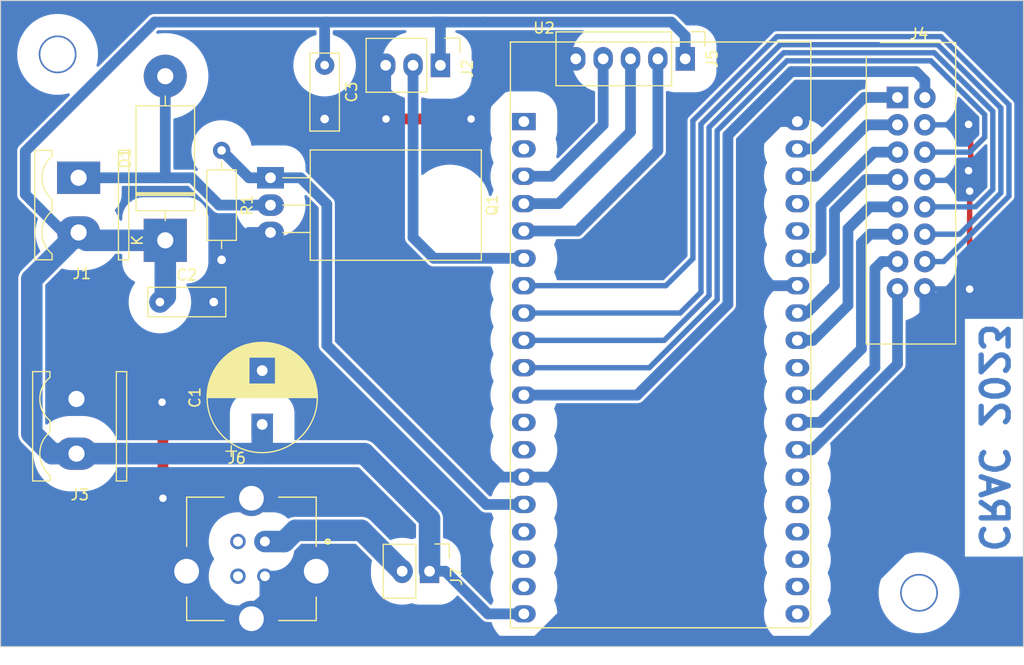
<source format=kicad_pcb>
(kicad_pcb (version 20211014) (generator pcbnew)
  (layers (0 "F.Cu" signal) (31 "B.Cu" signal) (34 "B.Paste" user) (35 "F.Paste" user) (36 "B.SilkS" user "B.Silkscreen") (37 "F.SilkS" user "F.Silkscreen") (38 "B.Mask" user) (39 "F.Mask" user) (44 "Edge.Cuts" user))
  (net 0 "")
  (net 1 "Net-(D1-Pad2)")
  (net 2 "GND")
  (net 4 "/R1")
  (net 5 "/G1")
  (net 6 "/B1")
  (net 7 "/R2")
  (net 8 "/G2")
  (net 9 "/B2")
  (net 10 "/A")
  (net 11 "/B")
  (net 12 "/C")
  (net 13 "/D")
  (net 14 "/CLK_1")
  (net 15 "/LAT_1")
  (net 16 "/OE_1")
  (net 18 "/MOTEUR")
  (net 34 "VCC")
  (net 35 "Net-(J7-Pad2)")
  (net 37 "/IR")
  (net 38 "/EXT1")
  (net 39 "/EXT2")
  (net 40 "/EXT3")
  (footprint "FootprintGamelGe2_v6:TO-220-3_Horizontal_TabDown" (layer "F.Cu") (at 183.87 70.66 -90)
    (fp_text reference "Q1" (at 2.54 -20.58 90) (layer "F.SilkS"))
    (fp_text value "IRL510")
    (pad "" np_thru_hole oval (at 2.54 -16.66 270) (size 3.5 3.5) (drill 3.5) (layers *.Cu *.Mask))
    (pad "1" thru_hole rect (at 0 0 270) (size 2 2.5) (drill 1) (layers *.Cu *.Mask) (net 18 "/MOTEUR"))
    (pad "2" thru_hole oval (at 2.54 0 270) (size 2 2.5) (drill 1) (layers *.Cu *.Mask) (net 1 "Net-(D1-Pad2)"))
    (pad "3" thru_hole oval (at 5.08 0 270) (size 2 2.5) (drill 1) (layers *.Cu *.Mask) (net 2 "GND"))
  )
  (footprint "FootprintGamelGe2_v6:Autocom3" (layer "F.Cu") (at 199.65 60.215 -90)
    (fp_text reference "J2" (at 0.3 -2.5 90) (layer "F.SilkS"))
    (fp_text value "Autocom3")
    (pad "1" thru_hole rect (at 0 0 270) (size 2.2 1.8) (drill 1) (layers *.Cu *.Mask) (net 34 "VCC"))
    (pad "2" thru_hole oval (at 0 2.54 270) (size 2.2 1.8) (drill 1) (layers *.Cu *.Mask) (net 37 "/IR"))
    (pad "3" thru_hole oval (at 0 5.08 270) (size 2.2 1.8) (drill 1) (layers *.Cu *.Mask) (net 2 "GND"))
  )
  (footprint "FootprintGamelGe2_v6:CP_Radial_D10.0mm_P5.00mm" (layer "F.Cu") (at 183.1 93.567677 90)
    (fp_text reference "C1" (at 2.5 -6.25 90) (layer "F.SilkS"))
    (fp_text value "Cp")
    (pad "1" thru_hole rect (at 0 0 90) (size 2 2) (drill 1) (layers *.Cu *.Mask) (net 34 "VCC"))
    (pad "2" thru_hole circle (at 5 0 90) (size 2 2) (drill 1) (layers *.Cu *.Mask) (net 2 "GND"))
  )
  (footprint "FootprintGamelGe2_v6:Autocom5" (layer "F.Cu") (at 222.385 59.615 -90)
    (fp_text reference "J5" (at 0 -2.5 90) (layer "F.SilkS"))
    (fp_text value "Autocom5")
    (pad "1" thru_hole rect (at 0 0 270) (size 2.2 1.8) (drill 1) (layers *.Cu *.Mask) (net 34 "VCC"))
    (pad "2" thru_hole oval (at 0 2.54 270) (size 2.2 1.8) (drill 1) (layers *.Cu *.Mask) (net 38 "/EXT1"))
    (pad "3" thru_hole oval (at 0 5.08 270) (size 2.2 1.8) (drill 1) (layers *.Cu *.Mask) (net 39 "/EXT2"))
    (pad "4" thru_hole oval (at 0 7.62 270) (size 2.2 1.8) (drill 1) (layers *.Cu *.Mask) (net 40 "/EXT3"))
    (pad "5" thru_hole oval (at 0 10.16 270) (size 2.2 1.8) (drill 1) (layers *.Cu *.Mask) (net 2 "GND"))
  )
  (footprint "FootprintGamelGe2_v6:C_Rect_L7.0mm_W2.5mm_P5.00mm" (layer "F.Cu") (at 173.6 82.2)
    (fp_text reference "C2" (at 2.5 -2.5) (layer "F.SilkS"))
    (fp_text value "C")
    (pad "1" thru_hole circle (at 0 0) (size 1.8 1.8) (drill 0.8) (layers *.Cu *.Mask) (net 34 "VCC"))
    (pad "2" thru_hole circle (at 5 0) (size 1.8 1.8) (drill 0.8) (layers *.Cu *.Mask) (net 2 "GND"))
  )
  (footprint "FootprintGamelGe2_v6:R_Axial_DIN0207_L6.3mm_D2.5mm_P10.16mm_Horizontal" (layer "F.Cu") (at 179.33 68.12 -90)
    (fp_text reference "R1" (at 5.08 -2.37 90) (layer "F.SilkS"))
    (fp_text value "R")
    (pad "1" thru_hole circle (at 0 0 270) (size 1.6 1.6) (drill 0.8) (layers *.Cu *.Mask) (net 18 "/MOTEUR"))
    (pad "2" thru_hole oval (at 10.16 0 270) (size 1.6 1.6) (drill 0.8) (layers *.Cu *.Mask) (net 2 "GND"))
  )
  (footprint "FootprintGamelGe2_v6:OmnimateSL-5,08_1x02_P5.08mm_Vertical" (layer "F.Cu") (at 165.852 91.2 -90)
    (fp_text reference "J3" (at 8.9 -0.3) (layer "F.SilkS"))
    (fp_text value "Omnimate2")
    (pad "1" thru_hole rect (at 0 0 270) (size 3 4) (drill 1.5) (layers *.Cu *.Mask) (net 2 "GND"))
    (pad "2" thru_hole oval (at 5.08 0 270) (size 3 4) (drill 1.5) (layers *.Cu *.Mask) (net 34 "VCC"))
  )
  (footprint "FootprintGamelGe2_v6:C_Rect_L7.0mm_W2.5mm_P5.00mm" (layer "F.Cu") (at 188.9 60.2 -90)
    (fp_text reference "C3" (at 2.5 -2.5 90) (layer "F.SilkS"))
    (fp_text value "C")
    (pad "1" thru_hole circle (at 0 0 270) (size 1.8 1.8) (drill 0.8) (layers *.Cu *.Mask) (net 34 "VCC"))
    (pad "2" thru_hole circle (at 5 0 270) (size 1.8 1.8) (drill 0.8) (layers *.Cu *.Mask) (net 2 "GND"))
  )
  (footprint "FootprintGamelGe2_v6:OmnimateSL-5,08_1x02_P5.08mm_Vertical" (layer "F.Cu") (at 166.05 70.66 -90)
    (fp_text reference "J1" (at 8.9 -0.3) (layer "F.SilkS"))
    (fp_text value "Omnimate2")
    (pad "1" thru_hole rect (at 0 0 270) (size 3 4) (drill 1.5) (layers *.Cu *.Mask) (net 1 "Net-(D1-Pad2)"))
    (pad "2" thru_hole oval (at 5.08 0 270) (size 3 4) (drill 1.5) (layers *.Cu *.Mask) (net 34 "VCC"))
  )
  (footprint "FootprintGe2:MODULE_ESP32-DEVKITC-32D" (layer "F.Cu") (at 220.1 85.2)
    (fp_text reference "U2" (at -10.829175 -28.446045) (layer "F.SilkS") (effects (font (size 1.000386 1.000386))))
    (fp_text value "ESP32-DEVKITC-32D")
    (pad "1" thru_hole rect (at -12.7 -19.76) (size 2.2 1.6) (drill 1) (layers *.Cu *.Mask))
    (pad "2" thru_hole oval (at -12.7 -17.22) (size 2.2 1.6) (drill 1) (layers *.Cu *.Mask))
    (pad "3" thru_hole oval (at -12.7 -14.68) (size 2.2 1.6) (drill 1) (layers *.Cu *.Mask) (net 40 "/EXT3"))
    (pad "4" thru_hole oval (at -12.7 -12.14) (size 2.2 1.6) (drill 1) (layers *.Cu *.Mask) (net 39 "/EXT2"))
    (pad "5" thru_hole oval (at -12.7 -9.6) (size 2.2 1.6) (drill 1) (layers *.Cu *.Mask) (net 38 "/EXT1"))
    (pad "6" thru_hole oval (at -12.7 -7.06) (size 2.2 1.6) (drill 1) (layers *.Cu *.Mask) (net 37 "/IR"))
    (pad "7" thru_hole oval (at -12.7 -4.52) (size 2.2 1.6) (drill 1) (layers *.Cu *.Mask) (net 15 "/LAT_1"))
    (pad "8" thru_hole oval (at -12.7 -1.98) (size 2.2 1.6) (drill 1) (layers *.Cu *.Mask) (net 13 "/D"))
    (pad "9" thru_hole oval (at -12.7 0.56) (size 2.2 1.6) (drill 1) (layers *.Cu *.Mask) (net 11 "/B"))
    (pad "10" thru_hole oval (at -12.7 3.1) (size 2.2 1.6) (drill 1) (layers *.Cu *.Mask) (net 8 "/G2"))
    (pad "11" thru_hole oval (at -12.7 5.64) (size 2.2 1.6) (drill 1) (layers *.Cu *.Mask) (net 5 "/G1"))
    (pad "12" thru_hole oval (at -12.7 8.18) (size 2.2 1.6) (drill 1) (layers *.Cu *.Mask))
    (pad "13" thru_hole oval (at -12.7 10.72) (size 2.2 1.6) (drill 1) (layers *.Cu *.Mask))
    (pad "14" thru_hole oval (at -12.7 13.26) (size 2.2 1.6) (drill 1) (layers *.Cu *.Mask) (net 2 "GND"))
    (pad "15" thru_hole oval (at -12.7 15.8) (size 2.2 1.6) (drill 1) (layers *.Cu *.Mask) (net 18 "/MOTEUR"))
    (pad "16" thru_hole oval (at -12.7 18.34) (size 2.2 1.6) (drill 1) (layers *.Cu *.Mask))
    (pad "17" thru_hole oval (at -12.7 20.88) (size 2.2 1.6) (drill 1) (layers *.Cu *.Mask))
    (pad "18" thru_hole oval (at -12.7 23.42) (size 2.2 1.6) (drill 1) (layers *.Cu *.Mask))
    (pad "19" thru_hole oval (at -12.7 25.96) (size 2.2 1.6) (drill 1) (layers *.Cu *.Mask) (net 34 "VCC"))
    (pad "20" thru_hole oval (at 12.7 -19.76) (size 2.2 1.6) (drill 1) (layers *.Cu *.Mask) (net 2 "GND"))
    (pad "21" thru_hole oval (at 12.7 -17.22) (size 2.2 1.6) (drill 1) (layers *.Cu *.Mask) (net 4 "/R1"))
    (pad "22" thru_hole oval (at 12.7 -14.68) (size 2.2 1.6) (drill 1) (layers *.Cu *.Mask) (net 6 "/B1"))
    (pad "23" thru_hole oval (at 12.7 -12.14) (size 2.2 1.6) (drill 1) (layers *.Cu *.Mask))
    (pad "24" thru_hole oval (at 12.7 -9.6) (size 2.2 1.6) (drill 1) (layers *.Cu *.Mask))
    (pad "25" thru_hole oval (at 12.7 -7.06) (size 2.2 1.6) (drill 1) (layers *.Cu *.Mask) (net 7 "/R2"))
    (pad "26" thru_hole oval (at 12.7 -4.52) (size 2.2 1.6) (drill 1) (layers *.Cu *.Mask) (net 2 "GND"))
    (pad "27" thru_hole oval (at 12.7 -1.98) (size 2.2 1.6) (drill 1) (layers *.Cu *.Mask) (net 9 "/B2"))
    (pad "28" thru_hole oval (at 12.7 0.56) (size 2.2 1.6) (drill 1) (layers *.Cu *.Mask) (net 10 "/A"))
    (pad "29" thru_hole oval (at 12.7 3.1) (size 2.2 1.6) (drill 1) (layers *.Cu *.Mask))
    (pad "30" thru_hole oval (at 12.7 5.64) (size 2.2 1.6) (drill 1) (layers *.Cu *.Mask) (net 12 "/C"))
    (pad "31" thru_hole oval (at 12.7 8.18) (size 2.2 1.6) (drill 1) (layers *.Cu *.Mask) (net 14 "/CLK_1"))
    (pad "32" thru_hole oval (at 12.7 10.72) (size 2.2 1.6) (drill 1) (layers *.Cu *.Mask) (net 16 "/OE_1"))
    (pad "33" thru_hole oval (at 12.7 13.26) (size 2.2 1.6) (drill 1) (layers *.Cu *.Mask))
    (pad "34" thru_hole oval (at 12.7 15.8) (size 2.2 1.6) (drill 1) (layers *.Cu *.Mask))
    (pad "35" thru_hole oval (at 12.7 18.34) (size 2.2 1.6) (drill 1) (layers *.Cu *.Mask))
    (pad "36" thru_hole oval (at 12.7 20.88) (size 2.2 1.6) (drill 1) (layers *.Cu *.Mask))
    (pad "37" thru_hole oval (at 12.7 23.42) (size 2.2 1.6) (drill 1) (layers *.Cu *.Mask))
    (pad "38" thru_hole oval (at 12.7 25.96) (size 2.2 1.6) (drill 1) (layers *.Cu *.Mask))
  )
  (footprint "libUSB:TE_5788336-1" (layer "F.Cu") (at 182.1 107.2)
    (fp_text reference "J6" (at -1.36553 -10.49915) (layer "F.SilkS") (effects (font (size 1.000394 1.000394))))
    (fp_text value "5788336-1")
    (pad "1" thru_hole rect locked (at 1.25 -2.76) (size 1.428 1.428) (drill 0.92) (layers *.Cu *.Mask) (net 35 "Net-(J7-Pad2)"))
    (pad "2" thru_hole circle locked (at -1.25 -2.76) (size 1.428 1.428) (drill 0.92) (layers *.Cu *.Mask))
    (pad "3" thru_hole circle locked (at -1.25 0.46) (size 1.428 1.428) (drill 0.92) (layers *.Cu *.Mask))
    (pad "4" thru_hole circle locked (at 1.25 0.46) (size 1.428 1.428) (drill 0.92) (layers *.Cu *.Mask) (net 2 "GND"))
    (pad "5" thru_hole circle locked (at 0 -6.78) (size 3.316 3.316) (drill 2.3) (layers *.Cu *.Mask) (net 2 "GND"))
    (pad "6" thru_hole circle locked (at 0 4.41) (size 3.316 3.316) (drill 2.3) (layers *.Cu *.Mask) (net 2 "GND"))
    (pad "7" thru_hole circle locked (at -6.02 0) (size 3.316 3.316) (drill 2.3) (layers *.Cu *.Mask) (net 2 "GND"))
    (pad "8" thru_hole circle locked (at 6.02 0) (size 3.316 3.316) (drill 2.3) (layers *.Cu *.Mask) (net 2 "GND"))
  )
  (footprint "FootprintGamelGe2_v6:HE10_2x08_P2.54mm" (layer "F.Cu") (at 242.1 63.2)
    (fp_text reference "J4" (at 2 -5.9) (layer "F.SilkS"))
    (fp_text value "HE10_02x08")
    (pad "1" thru_hole rect (at 0 0) (size 2 2) (drill 1) (layers *.Cu *.Mask) (net 4 "/R1"))
    (pad "2" thru_hole oval (at 2.54 0) (size 2 2) (drill 1) (layers *.Cu *.Mask) (net 5 "/G1"))
    (pad "3" thru_hole oval (at 0 2.54) (size 2 2) (drill 1) (layers *.Cu *.Mask) (net 6 "/B1"))
    (pad "4" thru_hole oval (at 2.54 2.54) (size 2 2) (drill 1) (layers *.Cu *.Mask) (net 2 "GND"))
    (pad "5" thru_hole oval (at 0 5.08) (size 2 2) (drill 1) (layers *.Cu *.Mask) (net 7 "/R2"))
    (pad "6" thru_hole oval (at 2.54 5.08) (size 2 2) (drill 1) (layers *.Cu *.Mask) (net 8 "/G2"))
    (pad "7" thru_hole oval (at 0 7.62) (size 2 2) (drill 1) (layers *.Cu *.Mask) (net 9 "/B2"))
    (pad "8" thru_hole oval (at 2.54 7.62) (size 2 2) (drill 1) (layers *.Cu *.Mask) (net 2 "GND"))
    (pad "9" thru_hole oval (at 0 10.16) (size 2 2) (drill 1) (layers *.Cu *.Mask) (net 10 "/A"))
    (pad "10" thru_hole oval (at 2.54 10.16) (size 2 2) (drill 1) (layers *.Cu *.Mask) (net 11 "/B"))
    (pad "11" thru_hole oval (at 0 12.7) (size 2 2) (drill 1) (layers *.Cu *.Mask) (net 12 "/C"))
    (pad "12" thru_hole oval (at 2.54 12.7) (size 2 2) (drill 1) (layers *.Cu *.Mask) (net 13 "/D"))
    (pad "13" thru_hole oval (at 0 15.24) (size 2 2) (drill 1) (layers *.Cu *.Mask) (net 14 "/CLK_1"))
    (pad "14" thru_hole oval (at 2.54 15.24) (size 2 2) (drill 1) (layers *.Cu *.Mask) (net 15 "/LAT_1"))
    (pad "15" thru_hole oval (at 0 17.78) (size 2 2) (drill 1) (layers *.Cu *.Mask) (net 16 "/OE_1"))
    (pad "16" thru_hole oval (at 2.54 17.78) (size 2 2) (drill 1) (layers *.Cu *.Mask) (net 2 "GND"))
  )
  (footprint "FootprintGamelGe2_v6:D_DO-201AD_P15.24mm_Horizontal" (layer "F.Cu") (at 174.1 76.468923 90)
    (fp_text reference "D1" (at 7.62 -3.72 90) (layer "F.SilkS"))
    (fp_text value "UF304")
    (fp_text user "K" (at 0 -2.6 90) (layer "F.SilkS"))
    (pad "1" thru_hole rect (at 0 0 90) (size 4 4) (drill 1.5) (layers *.Cu *.Mask) (net 34 "VCC"))
    (pad "2" thru_hole oval (at 15.24 0 90) (size 4 4) (drill 1.5) (layers *.Cu *.Mask) (net 1 "Net-(D1-Pad2)"))
  )
  (footprint "FootprintGamelGe2_v6:Autocom2" (layer "F.Cu") (at 198.64 107.2 -90)
    (fp_text reference "J7" (at 0.5 -2.5 90) (layer "F.SilkS"))
    (fp_text value "Autocom2")
    (pad "1" thru_hole rect (at 0 0 270) (size 2.2 1.8) (drill 1) (layers *.Cu *.Mask) (net 34 "VCC"))
    (pad "2" thru_hole oval (at 0 2.54 270) (size 2.2 1.8) (drill 1) (layers *.Cu *.Mask) (net 35 "Net-(J7-Pad2)"))
  )
  (gr_rect (start 158.8 54.2) (end 253.8 114.2) (layer "Edge.Cuts") (width 0.1) (fill none))
  (gr_text "CRAC 2023" (at 251 94.8 270) (layer "B.Cu") (effects (font (size 2.5 2.5) (thickness 0.5)) (justify mirror)))
  (via (at 164.1 59.2) (size 3.5) (drill 3.2) (layers "F.Cu" "B.Cu") (net 0))
  (via (at 244.1 109.2) (size 3.5) (drill 3.2) (layers "F.Cu" "B.Cu") (net 0))
  (segment (start 176.56 70.66) (end 179.1 73.2) (width 1) (layer "B.Cu") (net 1))
  (segment (start 179.1 73.2) (end 183.87 73.2) (width 1) (layer "B.Cu") (net 1))
  (segment (start 174.1 61.228923) (end 174.1 70.62) (width 1) (layer "B.Cu") (net 1))
  (segment (start 166.05 70.66) (end 174.14 70.66) (width 1) (layer "B.Cu") (net 1))
  (segment (start 174.1 70.62) (end 174.14 70.66) (width 1) (layer "B.Cu") (net 1))
  (segment (start 174.14 70.66) (end 176.56 70.66) (width 1) (layer "B.Cu") (net 1))
  (segment (start 173.88 100.42) (end 173.88 91.58) (width 1) (layer "F.Cu") (net 2))
  (segment (start 248.7 70) (end 248.9 69.8) (width 0.5) (layer "F.Cu") (net 2))
  (segment (start 248.9 69.8) (end 248.9 65.9) (width 0.5) (layer "F.Cu") (net 2))
  (segment (start 248.8 81) (end 248.8 71.9) (width 0.5) (layer "F.Cu") (net 2))
  (segment (start 202.5 65.2) (end 194.6 65.2) (width 1) (layer "F.Cu") (net 2))
  (segment (start 248.9 65.9) (end 248.7 65.7) (width 0.5) (layer "F.Cu") (net 2))
  (segment (start 173.88 91.58) (end 173.8 91.5) (width 1) (layer "F.Cu") (net 2))
  (via (at 202.5 65.2) (size 1.5) (drill 0.7) (layers "F.Cu" "B.Cu") (net 2))
  (via (at 173.8 91.5) (size 1.5) (drill 0.7) (layers "F.Cu" "B.Cu") (net 2))
  (via (at 194.6 65.2) (size 1.5) (drill 0.7) (layers "F.Cu" "B.Cu") (net 2))
  (via (at 248.7 65.7) (size 1.5) (drill 0.7) (layers "F.Cu" "B.Cu") (net 2))
  (via (at 173.88 100.42) (size 1.5) (drill 0.7) (layers "F.Cu" "B.Cu") (net 2))
  (via (at 248.8 81) (size 1.5) (drill 0.7) (layers "F.Cu" "B.Cu") (net 2))
  (via (at 248.8 71.9) (size 1.5) (drill 0.7) (layers "F.Cu" "B.Cu") (net 2))
  (via (at 248.7 70) (size 1.5) (drill 0.7) (layers "F.Cu" "B.Cu") (net 2))
  (segment (start 165.852 91.2) (end 169.6 91.2) (width 1) (layer "B.Cu") (net 2))
  (segment (start 208.085 59.615) (end 202.5 65.2) (width 1) (layer "B.Cu") (net 2))
  (segment (start 199.6 113.7) (end 208.6 113.7) (width 1) (layer "B.Cu") (net 2))
  (segment (start 231.06 65.44) (end 229 67.5) (width 1) (layer "B.Cu") (net 2))
  (segment (start 165.852 91.2) (end 173.5 91.2) (width 1) (layer "B.Cu") (net 2))
  (segment (start 182.1 111.61) (end 182.1 111.2) (width 1) (layer "B.Cu") (net 2))
  (segment (start 234.1 113.7) (end 244.64 103.16) (width 1) (layer "B.Cu") (net 2))
  (segment (start 183.1 88.567677) (end 183.1 86.7) (width 1) (layer "B.Cu") (net 2))
  (segment (start 188.1 111.2) (end 197.1 111.2) (width 1) (layer "B.Cu") (net 2))
  (segment (start 179.33 78.28) (end 179.33 81.47) (width 1) (layer "B.Cu") (net 2))
  (segment (start 182.1 111.61) (end 180.49 111.61) (width 1) (layer "B.Cu") (net 2))
  (segment (start 211.36 98.46) (end 207.4 98.46) (width 1) (layer "B.Cu") (net 2))
  (segment (start 183.35 109.95) (end 183.35 107.66) (width 1) (layer "B.Cu") (net 2))
  (segment (start 216.74 101.94) (end 228.5 113.7) (width 1) (layer "B.Cu") (net 2))
  (segment (start 228.5 113.7) (end 234.1 113.7) (width 1) (layer "B.Cu") (net 2))
  (segment (start 194.57 60.215) (end 194.57 87.67) (width 1) (layer "B.Cu") (net 2))
  (segment (start 211.36 110.94) (end 211.36 98.46) (width 1) (layer "B.Cu") (net 2))
  (segment (start 194.6 65.2) (end 188.9 65.2) (width 1) (layer "B.Cu") (net 2))
  (segment (start 188.12 107.2) (end 188.12 111.18) (width 1) (layer "B.Cu") (net 2))
  (segment (start 194.57 87.67) (end 205.36 98.46) (width 1) (layer "B.Cu") (net 2))
  (segment (start 212.225 59.615) (end 208.085 59.615) (width 1) (layer "B.Cu") (net 2))
  (segment (start 208.6 113.7) (end 211.36 110.94) (width 1) (layer "B.Cu") (net 2))
  (segment (start 229 80.8) (end 229 86.2) (width 1) (layer "B.Cu") (net 2))
  (segment (start 179.33 81.47) (end 178.6 82.2) (width 1) (layer "B.Cu") (net 2))
  (segment (start 197.1 111.2) (end 199.6 113.7) (width 1) (layer "B.Cu") (net 2))
  (segment (start 229 86.2) (end 216.74 98.46) (width 1) (layer "B.Cu") (net 2))
  (segment (start 181.87 75.74) (end 179.33 78.28) (width 1) (layer "B.Cu") (net 2))
  (segment (start 205.36 98.46) (end 207.4 98.46) (width 1) (layer "B.Cu") (net 2))
  (segment (start 244.64 103.16) (end 244.64 80.98) (width 1) (layer "B.Cu") (net 2))
  (segment (start 248.7 65.7) (end 248.66 65.74) (width 0.5) (layer "B.Cu") (net 2))
  (segment (start 188.12 111.18) (end 188.1 111.2) (width 1) (layer "B.Cu") (net 2))
  (segment (start 216.74 98.46) (end 216.74 101.94) (width 1) (layer "B.Cu") (net 2))
  (segment (start 232.8 65.44) (end 231.06 65.44) (width 1) (layer "B.Cu") (net 2))
  (segment (start 248.78 80.98) (end 248.8 81) (width 0.5) (layer "B.Cu") (net 2))
  (segment (start 169.6 91.2) (end 178.6 82.2) (width 1) (layer "B.Cu") (net 2))
  (segment (start 183.87 75.74) (end 181.87 75.74) (width 1) (layer "B.Cu") (net 2))
  (segment (start 244.64 80.98) (end 248.78 80.98) (width 0.5) (layer "B.Cu") (net 2))
  (segment (start 229.12 80.68) (end 229 80.8) (width 1) (layer "B.Cu") (net 2))
  (segment (start 180.49 111.61) (end 176.08 107.2) (width 1) (layer "B.Cu") (net 2))
  (segment (start 216.74 98.46) (end 211.36 98.46) (width 1) (layer "B.Cu") (net 2))
  (segment (start 247.8 70.9) (end 244.72 70.9) (width 0.5) (layer "B.Cu") (net 2))
  (segment (start 248.7 70) (end 247.8 70.9) (width 0.5) (layer "B.Cu") (net 2))
  (segment (start 178.88 100.42) (end 182.1 100.42) (width 1) (layer "B.Cu") (net 2))
  (segment (start 182.1 100.42) (end 173.88 100.42) (width 1) (layer "B.Cu") (net 2))
  (segment (start 176.08 103.22) (end 178.88 100.42) (width 1) (layer "B.Cu") (net 2))
  (segment (start 176.08 107.2) (end 176.08 103.22) (width 1) (layer "B.Cu") (net 2))
  (segment (start 248.8 70.1) (end 248.8 71.9) (width 0.5) (layer "B.Cu") (net 2))
  (segment (start 183.35 107.66) (end 186.89 111.2) (width 1) (layer "B.Cu") (net 2))
  (segment (start 173.8 100.5) (end 173.88 100.42) (width 1) (layer "B.Cu") (net 2))
  (segment (start 232.8 80.68) (end 229.12 80.68) (width 1) (layer "B.Cu") (net 2))
  (segment (start 248.66 65.74) (end 244.64 65.74) (width 0.5) (layer "B.Cu") (net 2))
  (segment (start 182.1 111.2) (end 183.35 109.95) (width 1) (layer "B.Cu") (net 2))
  (segment (start 248.7 70) (end 248.8 70.1) (width 0.5) (layer "B.Cu") (net 2))
  (segment (start 183.1 86.7) (end 178.6 82.2) (width 1) (layer "B.Cu") (net 2))
  (segment (start 229 67.5) (end 229 80.8) (width 1) (layer "B.Cu") (net 2))
  (segment (start 186.89 111.2) (end 188.1 111.2) (width 1) (layer "B.Cu") (net 2))
  (segment (start 173.5 91.2) (end 173.8 91.5) (width 1) (layer "B.Cu") (net 2))
  (segment (start 244.72 70.9) (end 244.64 70.82) (width 0.5) (layer "B.Cu") (net 2))
  (segment (start 239 63.2) (end 242.1 63.2) (width 1) (layer "B.Cu") (net 4))
  (segment (start 232.8 67.98) (end 234.22 67.98) (width 1) (layer "B.Cu") (net 4))
  (segment (start 234.22 67.98) (end 239 63.2) (width 1) (layer "B.Cu") (net 4))
  (segment (start 244.64 63.2) (end 244.64 61.64) (width 1) (layer "B.Cu") (net 5))
  (segment (start 226.35 66.703554) (end 226.35 82.414214) (width 1) (layer "B.Cu") (net 5))
  (segment (start 243.8 60.8) (end 232.253554 60.8) (width 1) (layer "B.Cu") (net 5))
  (segment (start 217.924214 90.84) (end 207.4 90.84) (width 1) (layer "B.Cu") (net 5))
  (segment (start 244.64 61.64) (end 243.8 60.8) (width 1) (layer "B.Cu") (net 5))
  (segment (start 226.35 82.414214) (end 217.924214 90.84) (width 1) (layer "B.Cu") (net 5))
  (segment (start 232.253554 60.8) (end 226.35 66.703554) (width 1) (layer "B.Cu") (net 5))
  (segment (start 242.1 65.74) (end 239.26 65.74) (width 1) (layer "B.Cu") (net 6))
  (segment (start 234.48 70.52) (end 232.8 70.52) (width 1) (layer "B.Cu") (net 6))
  (segment (start 239.26 65.74) (end 234.48 70.52) (width 1) (layer "B.Cu") (net 6))
  (segment (start 234.46 78.14) (end 235 77.6) (width 1) (layer "B.Cu") (net 7))
  (segment (start 239.92 68.28) (end 242.1 68.28) (width 1) (layer "B.Cu") (net 7))
  (segment (start 235 73.2) (end 239.92 68.28) (width 1) (layer "B.Cu") (net 7))
  (segment (start 232.8 78.14) (end 234.46 78.14) (width 1) (layer "B.Cu") (net 7))
  (segment (start 235 77.6) (end 235 73.2) (width 1) (layer "B.Cu") (net 7))
  (segment (start 250.2 64.8) (end 250.2 66.9) (width 0.5) (layer "B.Cu") (net 8))
  (segment (start 248.82 68.28) (end 244.64 68.28) (width 0.5) (layer "B.Cu") (net 8))
  (segment (start 207.4 88.3) (end 219.05 88.3) (width 0.5) (layer "B.Cu") (net 8))
  (segment (start 250.2 66.9) (end 248.82 68.28) (width 0.5) (layer "B.Cu") (net 8))
  (segment (start 219.05 88.3) (end 225.35 82) (width 0.5) (layer "B.Cu") (net 8))
  (segment (start 245.2 59.8) (end 250.2 64.8) (width 0.5) (layer "B.Cu") (net 8))
  (segment (start 225.35 82) (end 225.35 66.28934) (width 0.5) (layer "B.Cu") (net 8))
  (segment (start 225.35 66.28934) (end 231.83934 59.8) (width 0.5) (layer "B.Cu") (net 8))
  (segment (start 231.83934 59.8) (end 245.2 59.8) (width 0.5) (layer "B.Cu") (net 8))
  (segment (start 239.147766 70.82) (end 242.1 70.82) (width 1) (layer "B.Cu") (net 9))
  (segment (start 232.8 83.22) (end 233.68 83.22) (width 1) (layer "B.Cu") (net 9))
  (segment (start 236.25 73.717766) (end 239.147766 70.82) (width 1) (layer "B.Cu") (net 9))
  (segment (start 233.68 83.22) (end 236.25 80.65) (width 1) (layer "B.Cu") (net 9))
  (segment (start 236.25 80.65) (end 236.25 73.717766) (width 1) (layer "B.Cu") (net 9))
  (segment (start 237.5 75.4) (end 239.54 73.36) (width 1) (layer "B.Cu") (net 10))
  (segment (start 232.8 85.76) (end 234.24 85.76) (width 1) (layer "B.Cu") (net 10))
  (segment (start 237.5 82.5) (end 237.5 75.4) (width 1) (layer "B.Cu") (net 10))
  (segment (start 239.54 73.36) (end 242.1 73.36) (width 1) (layer "B.Cu") (net 10))
  (segment (start 234.24 85.76) (end 237.5 82.5) (width 1) (layer "B.Cu") (net 10))
  (segment (start 207.4 85.76) (end 220.44 85.76) (width 0.5) (layer "B.Cu") (net 11))
  (segment (start 231.52868 59.05) (end 245.51066 59.05) (width 0.5) (layer "B.Cu") (net 11))
  (segment (start 249.34 73.36) (end 244.64 73.36) (width 0.5) (layer "B.Cu") (net 11))
  (segment (start 250.95 71.75) (end 249.34 73.36) (width 0.5) (layer "B.Cu") (net 11))
  (segment (start 224.6 65.97868) (end 231.52868 59.05) (width 0.5) (layer "B.Cu") (net 11))
  (segment (start 245.51066 59.05) (end 250.95 64.48934) (width 0.5) (layer "B.Cu") (net 11))
  (segment (start 250.95 64.48934) (end 250.95 71.75) (width 0.5) (layer "B.Cu") (net 11))
  (segment (start 220.44 85.76) (end 224.6 81.6) (width 0.5) (layer "B.Cu") (net 11))
  (segment (start 224.6 81.6) (end 224.6 65.97868) (width 0.5) (layer "B.Cu") (net 11))
  (segment (start 232.8 90.84) (end 234.46 90.84) (width 1) (layer "B.Cu") (net 12))
  (segment (start 238.75 76.7) (end 238.75 86.55) (width 1) (layer "B.Cu") (net 12))
  (segment (start 242.1 75.9) (end 239.55 75.9) (width 1) (layer "B.Cu") (net 12))
  (segment (start 234.46 90.84) (end 238.75 86.55) (width 1) (layer "B.Cu") (net 12))
  (segment (start 239.55 75.9) (end 238.75 76.7) (width 1) (layer "B.Cu") (net 12))
  (segment (start 251.7 64.17868) (end 251.7 72.06066) (width 0.5) (layer "B.Cu") (net 13))
  (segment (start 223.85 81.28934) (end 223.85 65.66802) (width 0.5) (layer "B.Cu") (net 13))
  (segment (start 223.85 65.66802) (end 231.21802 58.3) (width 0.5) (layer "B.Cu") (net 13))
  (segment (start 245.82132 58.3) (end 251.7 64.17868) (width 0.5) (layer "B.Cu") (net 13))
  (segment (start 207.4 83.22) (end 221.91934 83.22) (width 0.5) (layer "B.Cu") (net 13))
  (segment (start 251.7 72.06066) (end 247.86066 75.9) (width 0.5) (layer "B.Cu") (net 13))
  (segment (start 221.91934 83.22) (end 223.85 81.28934) (width 0.5) (layer "B.Cu") (net 13))
  (segment (start 231.21802 58.3) (end 245.82132 58.3) (width 0.5) (layer "B.Cu") (net 13))
  (segment (start 247.86066 75.9) (end 244.64 75.9) (width 0.5) (layer "B.Cu") (net 13))
  (segment (start 234.92 93.38) (end 240 88.3) (width 1) (layer "B.Cu") (net 14))
  (segment (start 240.66 78.44) (end 242.1 78.44) (width 1) (layer "B.Cu") (net 14))
  (segment (start 240 79.1) (end 240.66 78.44) (width 1) (layer "B.Cu") (net 14))
  (segment (start 240 88.3) (end 240 79.1) (width 1) (layer "B.Cu") (net 14))
  (segment (start 232.8 93.38) (end 234.92 93.38) (width 1) (layer "B.Cu") (net 14))
  (segment (start 246.13198 57.55) (end 252.45 63.86802) (width 0.5) (layer "B.Cu") (net 15))
  (segment (start 252.45 63.86802) (end 252.45 72.37132) (width 0.5) (layer "B.Cu") (net 15))
  (segment (start 207.4 80.68) (end 220.58967 80.68) (width 0.5) (layer "B.Cu") (net 15))
  (segment (start 230.90736 57.55) (end 246.13198 57.55) (width 0.5) (layer "B.Cu") (net 15))
  (segment (start 223.1 65.35736) (end 230.90736 57.55) (width 0.5) (layer "B.Cu") (net 15))
  (segment (start 223.1 78.16967) (end 223.1 65.35736) (width 0.5) (layer "B.Cu") (net 15))
  (segment (start 246.38132 78.44) (end 244.64 78.44) (width 0.5) (layer "B.Cu") (net 15))
  (segment (start 220.58967 80.68) (end 223.1 78.16967) (width 0.5) (layer "B.Cu") (net 15))
  (segment (start 252.45 72.37132) (end 246.38132 78.44) (width 0.5) (layer "B.Cu") (net 15))
  (segment (start 242.1 87.967766) (end 242.1 80.98) (width 1) (layer "B.Cu") (net 16))
  (segment (start 234.147766 95.92) (end 242.1 87.967766) (width 1) (layer "B.Cu") (net 16))
  (segment (start 232.8 95.92) (end 234.147766 95.92) (width 1) (layer "B.Cu") (net 16))
  (segment (start 189.1 73.1) (end 186.66 70.66) (width 1) (layer "B.Cu") (net 18))
  (segment (start 207.4 101) (end 203.9 101) (width 1) (layer "B.Cu") (net 18))
  (segment (start 186.66 70.66) (end 183.87 70.66) (width 1) (layer "B.Cu") (net 18))
  (segment (start 203.9 101) (end 189.1 86.2) (width 1) (layer "B.Cu") (net 18))
  (segment (start 189.1 86.2) (end 189.1 73.1) (width 1) (layer "B.Cu") (net 18))
  (segment (start 183.87 70.66) (end 181.87 70.66) (width 1) (layer "B.Cu") (net 18))
  (segment (start 181.87 70.66) (end 179.33 68.12) (width 1) (layer "B.Cu") (net 18))
  (segment (start 199.7 56.2) (end 199.1 56.2) (width 1) (layer "B.Cu") (net 34))
  (segment (start 165.852 96.28) (end 163.58 96.28) (width 2) (layer "B.Cu") (net 34))
  (segment (start 161.7 80.09) (end 166.05 75.74) (width 2) (layer "B.Cu") (net 34))
  (segment (start 199.65 56.25) (end 199.7 56.2) (width 1) (layer "B.Cu") (net 34))
  (segment (start 221.1 56.2) (end 203.665 56.2) (width 1) (layer "B.Cu") (net 34))
  (segment (start 203.665 56.2) (end 200.1 56.2) (width 1) (layer "B.Cu") (net 34))
  (segment (start 222.385 59.615) (end 222.385 57.485) (width 1) (layer "B.Cu") (net 34))
  (segment (start 199.1 56.2) (end 189 56.2) (width 1) (layer "B.Cu") (net 34))
  (segment (start 163.58 96.28) (end 161.7 94.4) (width 2) (layer "B.Cu") (net 34))
  (segment (start 161.7 94.4) (end 161.7 80.09) (width 2) (layer "B.Cu") (net 34))
  (segment (start 166.778923 76.468923) (end 166.05 75.74) (width 2) (layer "B.Cu") (net 34))
  (segment (start 198.64 107.2) (end 200.1 107.2) (width 1) (layer "B.Cu") (net 34))
  (segment (start 183.1 96.16) (end 182.98 96.28) (width 2) (layer "B.Cu") (net 34))
  (segment (start 199.65 60.215) (end 199.65 56.25) (width 1) (layer "B.Cu") (net 34))
  (segment (start 174.1 76.468923) (end 166.778923 76.468923) (width 2) (layer "B.Cu") (net 34))
  (segment (start 164.64 75.74) (end 166.05 75.74) (width 1) (layer "B.Cu") (net 34))
  (segment (start 222.385 57.485) (end 221.1 56.2) (width 1) (layer "B.Cu") (net 34))
  (segment (start 200.1 56.2) (end 199.1 56.2) (width 1) (layer "B.Cu") (net 34))
  (segment (start 204.06 111.16) (end 200.1 107.2) (width 1) (layer "B.Cu") (net 34))
  (segment (start 182.98 96.28) (end 192.58 96.28) (width 2) (layer "B.Cu") (net 34))
  (segment (start 174.1 76.468923) (end 174.1 81.7) (width 2) (layer "B.Cu") (net 34))
  (segment (start 161.1 72.2) (end 164.64 75.74) (width 1) (layer "B.Cu") (net 34))
  (segment (start 188.9 56.3) (end 189 56.2) (width 1) (layer "B.Cu") (net 34))
  (segment (start 183.1 93.567677) (end 183.1 96.16) (width 2) (layer "B.Cu") (net 34))
  (segment (start 173.1 56.2) (end 161.1 68.2) (width 1) (layer "B.Cu") (net 34))
  (segment (start 207.4 111.16) (end 204.06 111.16) (width 1) (layer "B.Cu") (net 34))
  (segment (start 192.58 96.28) (end 198.64 102.34) (width 2) (layer "B.Cu") (net 34))
  (segment (start 189 56.2) (end 173.1 56.2) (width 1) (layer "B.Cu") (net 34))
  (segment (start 198.64 102.34) (end 198.64 107.2) (width 2) (layer "B.Cu") (net 34))
  (segment (start 188.9 60.2) (end 188.9 56.3) (width 1) (layer "B.Cu") (net 34))
  (segment (start 161.1 68.2) (end 161.1 72.2) (width 1) (layer "B.Cu") (net 34))
  (segment (start 165.852 96.28) (end 182.98 96.28) (width 2) (layer "B.Cu") (net 34))
  (segment (start 174.1 81.7) (end 173.6 82.2) (width 2) (layer "B.Cu") (net 34))
  (segment (start 183.35 104.44) (end 185.16 104.44) (width 2) (layer "B.Cu") (net 35))
  (segment (start 185.16 104.44) (end 186.2 103.4) (width 2) (layer "B.Cu") (net 35))
  (segment (start 186.2 103.4) (end 192.3 103.4) (width 2) (layer "B.Cu") (net 35))
  (segment (start 192.3 103.4) (end 196.1 107.2) (width 2) (layer "B.Cu") (net 35))
  (segment (start 199.04 78.14) (end 197.11 76.21) (width 1) (layer "B.Cu") (net 37))
  (segment (start 197.11 76.21) (end 197.11 60.215) (width 1) (layer "B.Cu") (net 37))
  (segment (start 207.4 78.14) (end 199.04 78.14) (width 1) (layer "B.Cu") (net 37))
  (segment (start 212.4 75.6) (end 219.845 68.155) (width 1) (layer "B.Cu") (net 38))
  (segment (start 207.4 75.6) (end 212.4 75.6) (width 1) (layer "B.Cu") (net 38))
  (segment (start 219.845 68.155) (end 219.845 59.615) (width 1) (layer "B.Cu") (net 38))
  (segment (start 207.4 73.06) (end 210.64 73.06) (width 1) (layer "B.Cu") (net 39))
  (segment (start 217.305 66.395) (end 217.305 59.615) (width 1) (layer "B.Cu") (net 39))
  (segment (start 210.64 73.06) (end 217.305 66.395) (width 1) (layer "B.Cu") (net 39))
  (segment (start 209.98 70.52) (end 207.4 70.52) (width 1) (layer "B.Cu") (net 40))
  (segment (start 214.765 59.615) (end 214.765 65.735) (width 1) (layer "B.Cu") (net 40))
  (segment (start 214.765 65.735) (end 209.98 70.52) (width 1) (layer "B.Cu") (net 40))
  (zone (net 2) (net_name "GND") (layer "B.Cu") (connect_pads yes (clearance 0)) (min_thickness 0.254) (fill yes (thermal_gap 0.508) (thermal_bridge_width 0.508))
    (polygon (pts (xy 253.8 114.2) (xy 158.8 114.2) (xy 158.8 54.2) (xy 253.8 54.2)))
  )
)
</source>
